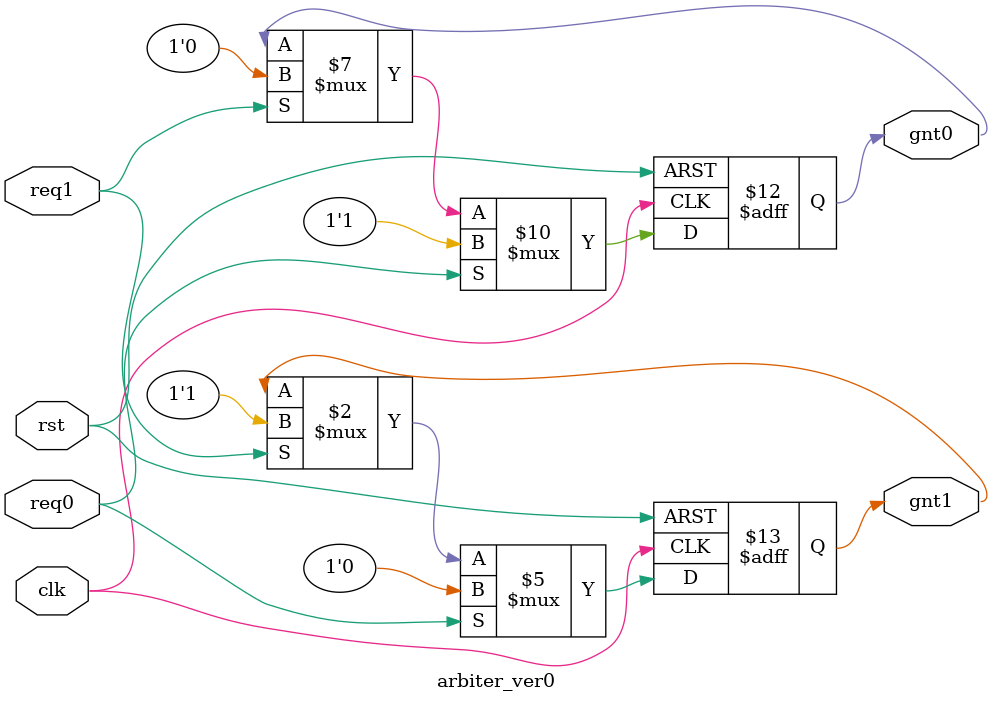
<source format=v>

module arbiter_ver0 (clk,
		rst,
		req0,
		req1,
		gnt0,
		gnt1);

	input clk, rst, req0, req1;
	output gnt0, gnt1;

	reg gnt0, gnt1;

	always @ (posedge clk or posedge rst) begin
		if (rst) begin
			gnt0 <= 0;
			gnt1 <= 0;
		end 
		else if (req0) begin
			gnt0 <= 1;
			gnt1 <= 0;
		end 
		else if (req1) begin
			gnt0 <= 0;
			gnt1 <= 1;
		end
	end

endmodule		

</source>
